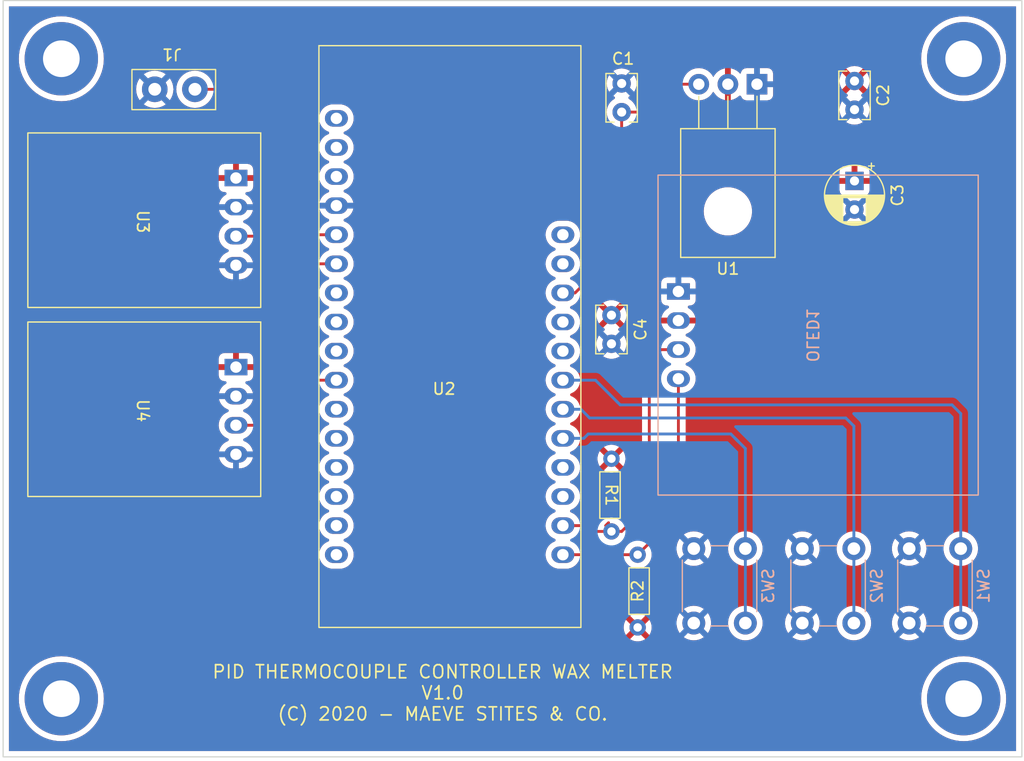
<source format=kicad_pcb>
(kicad_pcb (version 20200922) (generator pcbnew)
  (layers (0 "F.Cu" signal) (31 "B.Cu" signal) (34 "B.Paste" user) (35 "F.Paste" user) (36 "B.SilkS" user "B.Silkscreen") (37 "F.SilkS" user "F.Silkscreen") (38 "B.Mask" user) (39 "F.Mask" user) (44 "Edge.Cuts" user))
  (net 0 "")
  (net 1 "+5V")
  (net 2 "GND")
  (net 3 "+3V3")
  (net 4 "OUTLET_CTRL")
  (net 5 "I2C_SDA")
  (net 6 "I2C_SCL")
  (net 7 "Net-(SW1-Pad1)")
  (net 8 "Net-(SW2-Pad1)")
  (net 9 "Net-(SW3-Pad1)")
  (net 10 "Net-(U2-Pad28)")
  (net 11 "Net-(U2-Pad27)")
  (net 12 "Net-(U2-Pad26)")
  (net 13 "Net-(U2-Pad25)")
  (net 14 "Net-(U2-Pad24)")
  (net 15 "Net-(U2-Pad23)")
  (net 16 "SENSOR_1")
  (net 17 "Net-(U2-Pad21)")
  (net 18 "Net-(U2-Pad20)")
  (net 19 "Net-(U2-Pad19)")
  (net 20 "SENSOR_0")
  (net 21 "Net-(U2-Pad14)")
  (net 22 "Net-(U2-Pad13)")
  (net 23 "Net-(U2-Pad10)")
  (net 24 "Net-(U2-Pad9)")
  (net 25 "Net-(U2-Pad5)")
  (net 26 "Net-(U2-Pad2)")
  (net 27 "Net-(U2-Pad1)")
  (net 28 "Net-(U2-Pad4)")
  (module "waxMelter:AD8495_amplifier" (layer "F.Cu") (at 73.279 82.677 -90)
    (fp_text reference "U4" (at 7.747 10.287 -90 unlocked) (layer "F.SilkS"))
    (fp_text value "AD8495_Breakout")
    (fp_rect (start 0 0) (end 15.24 20.32) (layer "F.SilkS") (width 0.12))
    (pad "1" thru_hole rect (at 3.937 2.159) (size 2 1.44) (drill 1) (layers *.Cu *.Mask) (net 3 "+3V3"))
    (pad "2" thru_hole oval (at 6.477 2.159) (size 2 1.44) (drill 1) (layers *.Cu *.Mask) (net 2 "GND"))
    (pad "3" thru_hole oval (at 9.017 2.159) (size 2 1.44) (drill 1) (layers *.Cu *.Mask) (net 16 "SENSOR_1"))
    (pad "4" thru_hole oval (at 11.557 2.159) (size 2 1.44) (drill 1) (layers *.Cu *.Mask) (net 2 "GND"))
  )
  (module "waxMelter:HUZZAH_ESP32" (layer "F.Cu") (at 78.359 58.547)
    (fp_text reference "U2" (at 10.922 29.972 unlocked) (layer "F.SilkS"))
    (fp_text value "HUZZAH32_ESP32")
    (fp_rect (start 0 0) (end 22.86 50.8) (layer "F.SilkS") (width 0.12))
    (pad "1" thru_hole oval (at 21.2852 16.51 180) (size 2 1.44) (drill 1) (layers *.Cu *.Mask) (net 27 "Net-(U2-Pad1)"))
    (pad "2" thru_hole oval (at 21.2852 19.05 180) (size 2 1.44) (drill 1) (layers *.Cu *.Mask) (net 26 "Net-(U2-Pad2)"))
    (pad "3" thru_hole oval (at 21.2852 21.59 180) (size 2 1.44) (drill 1) (layers *.Cu *.Mask) (net 1 "+5V"))
    (pad "4" thru_hole oval (at 21.2852 24.13 180) (size 2 1.44) (drill 1) (layers *.Cu *.Mask) (net 28 "Net-(U2-Pad4)"))
    (pad "5" thru_hole oval (at 21.2852 26.67 180) (size 2 1.44) (drill 1) (layers *.Cu *.Mask) (net 25 "Net-(U2-Pad5)"))
    (pad "6" thru_hole oval (at 21.2852 29.21 180) (size 2 1.44) (drill 1) (layers *.Cu *.Mask) (net 7 "Net-(SW1-Pad1)"))
    (pad "7" thru_hole oval (at 21.2852 31.75 180) (size 2 1.44) (drill 1) (layers *.Cu *.Mask) (net 8 "Net-(SW2-Pad1)"))
    (pad "8" thru_hole oval (at 21.2852 34.29 180) (size 2 1.44) (drill 1) (layers *.Cu *.Mask) (net 9 "Net-(SW3-Pad1)"))
    (pad "9" thru_hole oval (at 21.2852 36.83 180) (size 2 1.44) (drill 1) (layers *.Cu *.Mask) (net 24 "Net-(U2-Pad9)"))
    (pad "10" thru_hole oval (at 21.2852 39.37 180) (size 2 1.44) (drill 1) (layers *.Cu *.Mask) (net 23 "Net-(U2-Pad10)"))
    (pad "11" thru_hole oval (at 21.2852 41.91 180) (size 2 1.44) (drill 1) (layers *.Cu *.Mask) (net 6 "I2C_SCL"))
    (pad "12" thru_hole oval (at 21.2852 44.45 180) (size 2 1.44) (drill 1) (layers *.Cu *.Mask) (net 5 "I2C_SDA"))
    (pad "13" thru_hole oval (at 1.524 6.35 180) (size 2 1.44) (drill 1) (layers *.Cu *.Mask) (net 22 "Net-(U2-Pad13)"))
    (pad "14" thru_hole oval (at 1.524 8.89 180) (size 2 1.44) (drill 1) (layers *.Cu *.Mask) (net 21 "Net-(U2-Pad14)"))
    (pad "15" thru_hole oval (at 1.524 11.43 180) (size 2 1.44) (drill 1) (layers *.Cu *.Mask))
    (pad "16" thru_hole oval (at 1.524 13.97 180) (size 2 1.44) (drill 1) (layers *.Cu *.Mask) (net 2 "GND"))
    (pad "17" thru_hole oval (at 1.524 16.51 180) (size 2 1.44) (drill 1) (layers *.Cu *.Mask) (net 4 "OUTLET_CTRL"))
    (pad "18" thru_hole oval (at 1.524 19.05 180) (size 2 1.44) (drill 1) (layers *.Cu *.Mask) (net 20 "SENSOR_0"))
    (pad "19" thru_hole oval (at 1.524 21.59 180) (size 2 1.44) (drill 1) (layers *.Cu *.Mask) (net 19 "Net-(U2-Pad19)"))
    (pad "20" thru_hole oval (at 1.524 24.13 180) (size 2 1.44) (drill 1) (layers *.Cu *.Mask) (net 18 "Net-(U2-Pad20)"))
    (pad "21" thru_hole oval (at 1.524 26.67 180) (size 2 1.44) (drill 1) (layers *.Cu *.Mask) (net 17 "Net-(U2-Pad21)"))
    (pad "22" thru_hole oval (at 1.524 29.21 180) (size 2 1.44) (drill 1) (layers *.Cu *.Mask) (net 16 "SENSOR_1"))
    (pad "23" thru_hole oval (at 1.524 31.75 180) (size 2 1.44) (drill 1) (layers *.Cu *.Mask) (net 15 "Net-(U2-Pad23)"))
    (pad "24" thru_hole oval (at 1.524 34.29 180) (size 2 1.44) (drill 1) (layers *.Cu *.Mask) (net 14 "Net-(U2-Pad24)"))
    (pad "25" thru_hole oval (at 1.524 36.83 180) (size 2 1.44) (drill 1) (layers *.Cu *.Mask) (net 13 "Net-(U2-Pad25)"))
    (pad "26" thru_hole oval (at 1.524 39.37 180) (size 2 1.44) (drill 1) (layers *.Cu *.Mask) (net 12 "Net-(U2-Pad26)"))
    (pad "27" thru_hole oval (at 1.524 41.91 180) (size 2 1.44) (drill 1) (layers *.Cu *.Mask) (net 11 "Net-(U2-Pad27)"))
    (pad "28" thru_hole oval (at 1.524 44.45 180) (size 2 1.44) (drill 1) (layers *.Cu *.Mask) (net 10 "Net-(U2-Pad28)"))
  )
  (module "Capacitor_THT:C_Rect_L4.0mm_W2.5mm_P2.50mm" (layer "F.Cu") (at 103.886 84.582 90)
    (fp_text reference "C4" (at 1.25 2.54 90) (layer "F.SilkS"))
    (fp_text value "0.1uF")
    (fp_line (start 3.37 0.665) (end 3.37 1.37) (layer "F.SilkS") (width 0.12))
    (fp_line (start -0.87 -1.37) (end 3.37 -1.37) (layer "F.SilkS") (width 0.12))
    (fp_line (start -0.87 -1.37) (end -0.87 -0.665) (layer "F.SilkS") (width 0.12))
    (fp_line (start 3.37 -1.37) (end 3.37 -0.665) (layer "F.SilkS") (width 0.12))
    (fp_line (start -0.87 1.37) (end 3.37 1.37) (layer "F.SilkS") (width 0.12))
    (fp_line (start -0.87 0.665) (end -0.87 1.37) (layer "F.SilkS") (width 0.12))
    (pad "1" thru_hole circle (at 0 0 90) (size 1.6 1.6) (drill 0.8) (layers *.Cu *.Mask) (net 2 "GND"))
    (pad "2" thru_hole circle (at 2.5 0 90) (size 1.6 1.6) (drill 0.8) (layers *.Cu *.Mask) (net 3 "+3V3"))
  )
  (module "Package_TO_SOT_THT:TO-126-3_Horizontal_TabDown" (layer "F.Cu") (at 116.586 61.914667 180)
    (fp_text reference "U1" (at 2.54 -16.12 180) (layer "F.SilkS"))
    (fp_text value "LD1117V33")
    (fp_line (start -1.58 -15.12) (end -1.58 -3.88) (layer "F.SilkS") (width 0.12))
    (fp_line (start 6.66 -15.12) (end 6.66 -3.88) (layer "F.SilkS") (width 0.12))
    (fp_line (start -1.58 -3.88) (end 6.66 -3.88) (layer "F.SilkS") (width 0.12))
    (fp_line (start 5.08 -3.88) (end 5.08 -1.066) (layer "F.SilkS") (width 0.12))
    (fp_line (start 0 -3.88) (end 0 -1.05) (layer "F.SilkS") (width 0.12))
    (fp_line (start 2.54 -3.88) (end 2.54 -1.066) (layer "F.SilkS") (width 0.12))
    (fp_line (start -1.58 -15.12) (end 6.66 -15.12) (layer "F.SilkS") (width 0.12))
    (pad "" np_thru_hole oval (at 2.54 -11.1 180) (size 3.2 3.2) (drill 3.2) (layers *.Cu *.Mask))
    (pad "1" thru_hole rect (at 0 0 180) (size 1.8 1.8) (drill 1) (layers *.Cu *.Mask) (net 2 "GND"))
    (pad "2" thru_hole oval (at 2.54 0 180) (size 1.8 1.8) (drill 1) (layers *.Cu *.Mask) (net 3 "+3V3"))
    (pad "3" thru_hole oval (at 5.08 0 180) (size 1.8 1.8) (drill 1) (layers *.Cu *.Mask) (net 1 "+5V"))
  )
  (module "waxMelter:AD8495_amplifier" (layer "F.Cu") (at 73.279 66.167 -90)
    (fp_text reference "U3" (at 7.747 10.287 -90 unlocked) (layer "F.SilkS"))
    (fp_text value "AD8495_Breakout")
    (fp_rect (start 0 0) (end 15.24 20.32) (layer "F.SilkS") (width 0.12))
    (pad "1" thru_hole rect (at 3.937 2.159) (size 2 1.44) (drill 1) (layers *.Cu *.Mask) (net 3 "+3V3"))
    (pad "2" thru_hole oval (at 6.477 2.159) (size 2 1.44) (drill 1) (layers *.Cu *.Mask) (net 2 "GND"))
    (pad "3" thru_hole oval (at 9.017 2.159) (size 2 1.44) (drill 1) (layers *.Cu *.Mask) (net 20 "SENSOR_0"))
    (pad "4" thru_hole oval (at 11.557 2.159) (size 2 1.44) (drill 1) (layers *.Cu *.Mask) (net 2 "GND"))
  )
  (module "" (layer "F.Cu") (at 55.88 115.57)
    (fp_text reference "" (at 0 0) (layer "F.SilkS") (effects (font (size 1.27 1.27))))
    (fp_text value "" (at 0 0) (layer "F.SilkS") (effects (font (size 1.27 1.27))))
    (pad "1" thru_hole circle (at 0 0) (size 6.4 6.4) (drill 3.2) (layers *.Cu *.Mask))
  )
  (module "Capacitor_THT:C_Rect_L4.0mm_W2.5mm_P2.50mm" (layer "F.Cu") (at 125.095 61.635 -90)
    (fp_text reference "C2" (at 1.25 -2.5 90) (layer "F.SilkS"))
    (fp_text value "0.1uF")
    (fp_line (start 3.37 -1.37) (end 3.37 -0.665) (layer "F.SilkS") (width 0.12))
    (fp_line (start -0.87 0.665) (end -0.87 1.37) (layer "F.SilkS") (width 0.12))
    (fp_line (start -0.87 -1.37) (end 3.37 -1.37) (layer "F.SilkS") (width 0.12))
    (fp_line (start 3.37 0.665) (end 3.37 1.37) (layer "F.SilkS") (width 0.12))
    (fp_line (start -0.87 -1.37) (end -0.87 -0.665) (layer "F.SilkS") (width 0.12))
    (fp_line (start -0.87 1.37) (end 3.37 1.37) (layer "F.SilkS") (width 0.12))
    (pad "1" thru_hole circle (at 0 0 270) (size 1.6 1.6) (drill 0.8) (layers *.Cu *.Mask) (net 3 "+3V3"))
    (pad "2" thru_hole circle (at 2.5 0 270) (size 1.6 1.6) (drill 0.8) (layers *.Cu *.Mask) (net 2 "GND"))
  )
  (module "waxMelter:resistor 1-8" (layer "F.Cu") (at 103.886 97.79 -90)
    (fp_text reference "R1" (at 0 0 -90 unlocked) (layer "F.SilkS"))
    (fp_text value "4.7K")
    (fp_rect (start -2.032 -0.762) (end 2.032 1.016) (layer "F.SilkS") (width 0.12))
    (pad "1" thru_hole circle (at -3.175 0 270) (size 1.4224 1.4224) (drill 0.7366) (layers *.Cu *.Mask) (net 3 "+3V3"))
    (pad "2" thru_hole circle (at 3.175 0 270) (size 1.4224 1.4224) (drill 0.7366) (layers *.Cu *.Mask) (net 6 "I2C_SCL"))
  )
  (module "" (layer "F.Cu") (at 134.62 59.69)
    (fp_text reference "" (at 0 0) (layer "F.SilkS") (effects (font (size 1.27 1.27))))
    (fp_text value "" (at 0 0) (layer "F.SilkS") (effects (font (size 1.27 1.27))))
    (pad "1" thru_hole circle (at 0 0) (size 6.4 6.4) (drill 3.2) (layers *.Cu *.Mask))
  )
  (module "waxMelter:resistor 1-8" (layer "F.Cu") (at 106.172 106.172 90)
    (fp_text reference "R2" (at 0 0 90 unlocked) (layer "F.SilkS"))
    (fp_text value "4.7K")
    (fp_rect (start -2.032 -0.762) (end 2.032 1.016) (layer "F.SilkS") (width 0.12))
    (pad "1" thru_hole circle (at -3.175 0 90) (size 1.4224 1.4224) (drill 0.7366) (layers *.Cu *.Mask) (net 3 "+3V3"))
    (pad "2" thru_hole circle (at 3.175 0 90) (size 1.4224 1.4224) (drill 0.7366) (layers *.Cu *.Mask) (net 5 "I2C_SDA"))
  )
  (module "Capacitor_THT:CP_Radial_D5.0mm_P2.50mm" (layer "F.Cu") (at 125.095 70.358 -90)
    (fp_text reference "C3" (at 1.25 -3.75 90) (layer "F.SilkS"))
    (fp_text value "10uF")
    (fp_line (start 3.491 1.04) (end 3.491 1.319) (layer "F.SilkS") (width 0.12))
    (fp_line (start 2.211 1.04) (end 2.211 2.398) (layer "F.SilkS") (width 0.12))
    (fp_line (start 1.93 1.04) (end 1.93 2.491) (layer "F.SilkS") (width 0.12))
    (fp_line (start 2.851 1.04) (end 2.851 2.035) (layer "F.SilkS") (width 0.12))
    (fp_line (start 2.291 -2.365) (end 2.291 -1.04) (layer "F.SilkS") (width 0.12))
    (fp_line (start 3.291 1.04) (end 3.291 1.605) (layer "F.SilkS") (width 0.12))
    (fp_line (start 1.89 1.04) (end 1.89 2.501) (layer "F.SilkS") (width 0.12))
    (fp_line (start 1.93 -2.491) (end 1.93 -1.04) (layer "F.SilkS") (width 0.12))
    (fp_line (start 2.971 1.04) (end 2.971 1.937) (layer "F.SilkS") (width 0.12))
    (fp_line (start 1.37 -2.578) (end 1.37 2.578) (layer "F.SilkS") (width 0.12))
    (fp_line (start 1.81 1.04) (end 1.81 2.52) (layer "F.SilkS") (width 0.12))
    (fp_line (start 2.531 1.04) (end 2.531 2.247) (layer "F.SilkS") (width 0.12))
    (fp_line (start 3.211 1.04) (end 3.211 1.699) (layer "F.SilkS") (width 0.12))
    (fp_line (start 1.69 1.04) (end 1.69 2.543) (layer "F.SilkS") (width 0.12))
    (fp_line (start 3.451 1.04) (end 3.451 1.383) (layer "F.SilkS") (width 0.12))
    (fp_line (start 2.411 -2.31) (end 2.411 -1.04) (layer "F.SilkS") (width 0.12))
    (fp_line (start 2.371 -2.329) (end 2.371 -1.04) (layer "F.SilkS") (width 0.12))
    (fp_line (start 3.491 -1.319) (end 3.491 -1.04) (layer "F.SilkS") (width 0.12))
    (fp_line (start 2.251 1.04) (end 2.251 2.382) (layer "F.SilkS") (width 0.12))
    (fp_line (start 2.931 -1.971) (end 2.931 -1.04) (layer "F.SilkS") (width 0.12))
    (fp_line (start 1.971 -2.48) (end 1.971 -1.04) (layer "F.SilkS") (width 0.12))
    (fp_line (start 1.61 1.04) (end 1.61 2.556) (layer "F.SilkS") (width 0.12))
    (fp_line (start 1.85 1.04) (end 1.85 2.511) (layer "F.SilkS") (width 0.12))
    (fp_line (start 2.491 -2.268) (end 2.491 -1.04) (layer "F.SilkS") (width 0.12))
    (fp_line (start 3.051 1.04) (end 3.051 1.864) (layer "F.SilkS") (width 0.12))
    (fp_line (start 1.57 1.04) (end 1.57 2.561) (layer "F.SilkS") (width 0.12))
    (fp_line (start 2.411 1.04) (end 2.411 2.31) (layer "F.SilkS") (width 0.12))
    (fp_line (start 3.651 -1.011) (end 3.651 1.011) (layer "F.SilkS") (width 0.12))
    (fp_line (start 3.211 -1.699) (end 3.211 -1.04) (layer "F.SilkS") (width 0.12))
    (fp_line (start 2.091 -2.442) (end 2.091 -1.04) (layer "F.SilkS") (width 0.12))
    (fp_line (start 3.011 -1.901) (end 3.011 -1.04) (layer "F.SilkS") (width 0.12))
    (fp_line (start 3.771 -0.677) (end 3.771 0.677) (layer "F.SilkS") (width 0.12))
    (fp_line (start 1.49 1.04) (end 1.49 2.569) (layer "F.SilkS") (width 0.12))
    (fp_line (start 2.731 1.04) (end 2.731 2.122) (layer "F.SilkS") (width 0.12))
    (fp_line (start 2.931 1.04) (end 2.931 1.971) (layer "F.SilkS") (width 0.12))
    (fp_line (start 3.171 1.04) (end 3.171 1.743) (layer "F.SilkS") (width 0.12))
    (fp_line (start 1.25 -2.58) (end 1.25 2.58) (layer "F.SilkS") (width 0.12))
    (fp_line (start -1.304775 -1.725) (end -1.304775 -1.225) (layer "F.SilkS") (width 0.12))
    (fp_line (start 1.81 -2.52) (end 1.81 -1.04) (layer "F.SilkS") (width 0.12))
    (fp_line (start 2.331 -2.348) (end 2.331 -1.04) (layer "F.SilkS") (width 0.12))
    (fp_line (start 1.49 -2.569) (end 1.49 -1.04) (layer "F.SilkS") (width 0.12))
    (fp_line (start 3.571 -1.178) (end 3.571 1.178) (layer "F.SilkS") (width 0.12))
    (fp_line (start 2.651 1.04) (end 2.651 2.175) (layer "F.SilkS") (width 0.12))
    (fp_line (start 3.811 -0.518) (end 3.811 0.518) (layer "F.SilkS") (width 0.12))
    (fp_line (start 3.091 -1.826) (end 3.091 -1.04) (layer "F.SilkS") (width 0.12))
    (fp_line (start 3.851 -0.284) (end 3.851 0.284) (layer "F.SilkS") (width 0.12))
    (fp_line (start 1.57 -2.561) (end 1.57 -1.04) (layer "F.SilkS") (width 0.12))
    (fp_line (start 3.531 -1.251) (end 3.531 -1.04) (layer "F.SilkS") (width 0.12))
    (fp_line (start 3.371 -1.5) (end 3.371 -1.04) (layer "F.SilkS") (width 0.12))
    (fp_line (start 2.611 1.04) (end 2.611 2.2) (layer "F.SilkS") (width 0.12))
    (fp_line (start 2.571 1.04) (end 2.571 2.224) (layer "F.SilkS") (width 0.12))
    (fp_line (start 3.331 -1.554) (end 3.331 -1.04) (layer "F.SilkS") (width 0.12))
    (fp_line (start 1.65 -2.55) (end 1.65 -1.04) (layer "F.SilkS") (width 0.12))
    (fp_line (start 1.61 -2.556) (end 1.61 -1.04) (layer "F.SilkS") (width 0.12))
    (fp_line (start 2.171 1.04) (end 2.171 2.414) (layer "F.SilkS") (width 0.12))
    (fp_line (start 3.451 -1.383) (end 3.451 -1.04) (layer "F.SilkS") (width 0.12))
    (fp_line (start 1.85 -2.511) (end 1.85 -1.04) (layer "F.SilkS") (width 0.12))
    (fp_line (start 1.69 -2.543) (end 1.69 -1.04) (layer "F.SilkS") (width 0.12))
    (fp_line (start 1.53 -2.565) (end 1.53 -1.04) (layer "F.SilkS") (width 0.12))
    (fp_line (start 2.131 -2.428) (end 2.131 -1.04) (layer "F.SilkS") (width 0.12))
    (fp_line (start 2.811 -2.065) (end 2.811 -1.04) (layer "F.SilkS") (width 0.12))
    (fp_line (start 1.29 -2.58) (end 1.29 2.58) (layer "F.SilkS") (width 0.12))
    (fp_line (start 2.851 -2.035) (end 2.851 -1.04) (layer "F.SilkS") (width 0.12))
    (fp_line (start 3.331 1.04) (end 3.331 1.554) (layer "F.SilkS") (width 0.12))
    (fp_line (start 2.811 1.04) (end 2.811 2.065) (layer "F.SilkS") (width 0.12))
    (fp_line (start 2.691 1.04) (end 2.691 2.149) (layer "F.SilkS") (width 0.12))
    (fp_line (start 2.451 1.04) (end 2.451 2.29) (layer "F.SilkS") (width 0.12))
    (fp_line (start 1.971 1.04) (end 1.971 2.48) (layer "F.SilkS") (width 0.12))
    (fp_line (start 3.411 -1.443) (end 3.411 -1.04) (layer "F.SilkS") (width 0.12))
    (fp_line (start 2.011 -2.468) (end 2.011 -1.04) (layer "F.SilkS") (width 0.12))
    (fp_line (start 3.411 1.04) (end 3.411 1.443) (layer "F.SilkS") (width 0.12))
    (fp_line (start 2.171 -2.414) (end 2.171 -1.04) (layer "F.SilkS") (width 0.12))
    (fp_line (start 2.491 1.04) (end 2.491 2.268) (layer "F.SilkS") (width 0.12))
    (fp_line (start 2.371 1.04) (end 2.371 2.329) (layer "F.SilkS") (width 0.12))
    (fp_line (start 3.731 -0.805) (end 3.731 0.805) (layer "F.SilkS") (width 0.12))
    (fp_line (start 2.891 -2.004) (end 2.891 -1.04) (layer "F.SilkS") (width 0.12))
    (fp_line (start 2.051 -2.455) (end 2.051 -1.04) (layer "F.SilkS") (width 0.12))
    (fp_line (start 3.251 -1.653) (end 3.251 -1.04) (layer "F.SilkS") (width 0.12))
    (fp_line (start 2.771 -2.095) (end 2.771 -1.04) (layer "F.SilkS") (width 0.12))
    (fp_line (start 3.251 1.04) (end 3.251 1.653) (layer "F.SilkS") (width 0.12))
    (fp_line (start 2.451 -2.29) (end 2.451 -1.04) (layer "F.SilkS") (width 0.12))
    (fp_line (start 2.651 -2.175) (end 2.651 -1.04) (layer "F.SilkS") (width 0.12))
    (fp_line (start 1.65 1.04) (end 1.65 2.55) (layer "F.SilkS") (width 0.12))
    (fp_line (start 2.011 1.04) (end 2.011 2.468) (layer "F.SilkS") (width 0.12))
    (fp_line (start 3.091 1.04) (end 3.091 1.826) (layer "F.SilkS") (width 0.12))
    (fp_line (start 1.77 1.04) (end 1.77 2.528) (layer "F.SilkS") (width 0.12))
    (fp_line (start 2.291 1.04) (end 2.291 2.365) (layer "F.SilkS") (width 0.12))
    (fp_line (start 1.73 1.04) (end 1.73 2.536) (layer "F.SilkS") (width 0.12))
    (fp_line (start 1.41 -2.576) (end 1.41 2.576) (layer "F.SilkS") (width 0.12))
    (fp_line (start 2.731 -2.122) (end 2.731 -1.04) (layer "F.SilkS") (width 0.12))
    (fp_line (start 2.091 1.04) (end 2.091 2.442) (layer "F.SilkS") (width 0.12))
    (fp_line (start 3.131 -1.785) (end 3.131 -1.04) (layer "F.SilkS") (width 0.12))
    (fp_line (start 2.211 -2.398) (end 2.211 -1.04) (layer "F.SilkS") (width 0.12))
    (fp_line (start 2.531 -2.247) (end 2.531 -1.04) (layer "F.SilkS") (width 0.12))
    (fp_line (start 2.051 1.04) (end 2.051 2.455) (layer "F.SilkS") (width 0.12))
    (fp_line (start 2.131 1.04) (end 2.131 2.428) (layer "F.SilkS") (width 0.12))
    (fp_line (start 1.73 -2.536) (end 1.73 -1.04) (layer "F.SilkS") (width 0.12))
    (fp_line (start -1.554775 -1.475) (end -1.054775 -1.475) (layer "F.SilkS") (width 0.12))
    (fp_line (start 1.45 -2.573) (end 1.45 2.573) (layer "F.SilkS") (width 0.12))
    (fp_line (start 2.331 1.04) (end 2.331 2.348) (layer "F.SilkS") (width 0.12))
    (fp_line (start 2.771 1.04) (end 2.771 2.095) (layer "F.SilkS") (width 0.12))
    (fp_line (start 3.011 1.04) (end 3.011 1.901) (layer "F.SilkS") (width 0.12))
    (fp_line (start 2.571 -2.224) (end 2.571 -1.04) (layer "F.SilkS") (width 0.12))
    (fp_line (start 1.89 -2.501) (end 1.89 -1.04) (layer "F.SilkS") (width 0.12))
    (fp_line (start 3.531 1.04) (end 3.531 1.251) (layer "F.SilkS") (width 0.12))
    (fp_line (start 3.371 1.04) (end 3.371 1.5) (layer "F.SilkS") (width 0.12))
    (fp_line (start 3.611 -1.098) (end 3.611 1.098) (layer "F.SilkS") (width 0.12))
    (fp_line (start 2.611 -2.2) (end 2.611 -1.04) (layer "F.SilkS") (width 0.12))
    (fp_line (start 3.291 -1.605) (end 3.291 -1.04) (layer "F.SilkS") (width 0.12))
    (fp_line (start 2.691 -2.149) (end 2.691 -1.04) (layer "F.SilkS") (width 0.12))
    (fp_line (start 3.131 1.04) (end 3.131 1.785) (layer "F.SilkS") (width 0.12))
    (fp_line (start 1.53 1.04) (end 1.53 2.565) (layer "F.SilkS") (width 0.12))
    (fp_line (start 3.051 -1.864) (end 3.051 -1.04) (layer "F.SilkS") (width 0.12))
    (fp_line (start 3.691 -0.915) (end 3.691 0.915) (layer "F.SilkS") (width 0.12))
    (fp_line (start 3.171 -1.743) (end 3.171 -1.04) (layer "F.SilkS") (width 0.12))
    (fp_line (start 2.891 1.04) (end 2.891 2.004) (layer "F.SilkS") (width 0.12))
    (fp_line (start 1.33 -2.579) (end 1.33 2.579) (layer "F.SilkS") (width 0.12))
    (fp_line (start 2.251 -2.382) (end 2.251 -1.04) (layer "F.SilkS") (width 0.12))
    (fp_line (start 2.971 -1.937) (end 2.971 -1.04) (layer "F.SilkS") (width 0.12))
    (fp_line (start 1.77 -2.528) (end 1.77 -1.04) (layer "F.SilkS") (width 0.12))
    (fp_circle (center 1.25 0) (end 3.87 0) (layer "F.SilkS") (width 0.12))
    (pad "1" thru_hole rect (at 0 0 270) (size 1.6 1.6) (drill 0.8) (layers *.Cu *.Mask) (net 3 "+3V3"))
    (pad "2" thru_hole circle (at 2.5 0 270) (size 1.6 1.6) (drill 0.8) (layers *.Cu *.Mask) (net 2 "GND"))
  )
  (module "Capacitor_THT:C_Rect_L4.0mm_W2.5mm_P2.50mm" (layer "F.Cu") (at 104.775 61.849 -90)
    (fp_text reference "C1" (at -2.159 -0.127 180) (layer "F.SilkS"))
    (fp_text value "0.1uF")
    (fp_line (start 3.37 -1.37) (end 3.37 -0.665) (layer "F.SilkS") (width 0.12))
    (fp_line (start -0.87 0.665) (end -0.87 1.37) (layer "F.SilkS") (width 0.12))
    (fp_line (start -0.87 -1.37) (end 3.37 -1.37) (layer "F.SilkS") (width 0.12))
    (fp_line (start -0.87 1.37) (end 3.37 1.37) (layer "F.SilkS") (width 0.12))
    (fp_line (start 3.37 0.665) (end 3.37 1.37) (layer "F.SilkS") (width 0.12))
    (fp_line (start -0.87 -1.37) (end -0.87 -0.665) (layer "F.SilkS") (width 0.12))
    (pad "1" thru_hole circle (at 0 0 270) (size 1.6 1.6) (drill 0.8) (layers *.Cu *.Mask) (net 2 "GND"))
    (pad "2" thru_hole circle (at 2.5 0 270) (size 1.6 1.6) (drill 0.8) (layers *.Cu *.Mask) (net 1 "+5V"))
  )
  (module "" (layer "F.Cu") (at 134.62 115.57)
    (fp_text reference "" (at 0 0) (layer "F.SilkS") (effects (font (size 1.27 1.27))))
    (fp_text value "" (at 0 0) (layer "F.SilkS") (effects (font (size 1.27 1.27))))
    (pad "1" thru_hole circle (at 0 0) (size 6.4 6.4) (drill 3.2) (layers *.Cu *.Mask))
  )
  (module "" (layer "F.Cu") (at 55.88 59.69)
    (fp_text reference "" (at 0 0) (layer "F.SilkS") (effects (font (size 1.27 1.27))))
    (fp_text value "" (at 0 0) (layer "F.SilkS") (effects (font (size 1.27 1.27))))
    (pad "1" thru_hole circle (at 0 0) (size 6.4 6.4) (drill 3.2) (layers *.Cu *.Mask))
  )
  (module "waxMelter:2PIN_SCREW" (layer "F.Cu") (at 65.786 62.357 180)
    (fp_text reference "J1" (at 0.254 3.048 180 unlocked) (layer "F.SilkS"))
    (fp_text value "Relay_Control_Terminal")
    (fp_rect (start -3.556 -1.778) (end 3.74396 1.7272) (layer "F.SilkS") (width 0.12))
    (pad "1" thru_hole circle (at -1.7526 0 180) (size 2.2352 2.2352) (drill 1.1176) (layers *.Cu *.Mask "Eco2.User") (net 4 "OUTLET_CTRL"))
    (pad "2" thru_hole circle (at 1.7526 0 180) (size 2.2352 2.2352) (drill 1.1176) (layers *.Cu *.Mask "Eco2.User") (net 2 "GND"))
  )
  (module "Button_Switch_THT:SW_PUSH_6mm" (layer "B.Cu") (at 134.366 108.966 90)
    (fp_text reference "SW1" (at 3.25 2 270) (layer "B.SilkS") (effects (justify mirror)))
    (fp_text value "PWR")
    (fp_line (start 6.75 -3) (end 6.75 -1.5) (layer "B.SilkS") (width 0.12))
    (fp_line (start 1 -5.5) (end 5.5 -5.5) (layer "B.SilkS") (width 0.12))
    (fp_line (start -0.25 -1.5) (end -0.25 -3) (layer "B.SilkS") (width 0.12))
    (fp_line (start 5.5 1) (end 1 1) (layer "B.SilkS") (width 0.12))
    (pad "1" thru_hole circle (at 6.5 0) (size 2 2) (drill 1.1) (layers *.Cu *.Mask) (net 7 "Net-(SW1-Pad1)"))
    (pad "1" thru_hole circle (at 0 0) (size 2 2) (drill 1.1) (layers *.Cu *.Mask) (net 7 "Net-(SW1-Pad1)"))
    (pad "2" thru_hole circle (at 6.5 -4.5) (size 2 2) (drill 1.1) (layers *.Cu *.Mask) (net 2 "GND"))
    (pad "2" thru_hole circle (at 0 -4.5) (size 2 2) (drill 1.1) (layers *.Cu *.Mask) (net 2 "GND"))
  )
  (module "Button_Switch_THT:SW_PUSH_6mm" (layer "B.Cu") (at 125.04 108.966 90)
    (fp_text reference "SW2" (at 3.25 2 270) (layer "B.SilkS") (effects (justify mirror)))
    (fp_text value "T+")
    (fp_line (start 6.75 -3) (end 6.75 -1.5) (layer "B.SilkS") (width 0.12))
    (fp_line (start -0.25 -1.5) (end -0.25 -3) (layer "B.SilkS") (width 0.12))
    (fp_line (start 1 -5.5) (end 5.5 -5.5) (layer "B.SilkS") (width 0.12))
    (fp_line (start 5.5 1) (end 1 1) (layer "B.SilkS") (width 0.12))
    (pad "1" thru_hole circle (at 0 0) (size 2 2) (drill 1.1) (layers *.Cu *.Mask) (net 8 "Net-(SW2-Pad1)"))
    (pad "1" thru_hole circle (at 6.5 0) (size 2 2) (drill 1.1) (layers *.Cu *.Mask) (net 8 "Net-(SW2-Pad1)"))
    (pad "2" thru_hole circle (at 6.5 -4.5) (size 2 2) (drill 1.1) (layers *.Cu *.Mask) (net 2 "GND"))
    (pad "2" thru_hole circle (at 0 -4.5) (size 2 2) (drill 1.1) (layers *.Cu *.Mask) (net 2 "GND"))
  )
  (module "Button_Switch_THT:SW_PUSH_6mm" (layer "B.Cu") (at 115.57 108.966 90)
    (fp_text reference "SW3" (at 3.25 2 270) (layer "B.SilkS") (effects (justify mirror)))
    (fp_text value "T-")
    (fp_line (start 5.5 1) (end 1 1) (layer "B.SilkS") (width 0.12))
    (fp_line (start 1 -5.5) (end 5.5 -5.5) (layer "B.SilkS") (width 0.12))
    (fp_line (start 6.75 -3) (end 6.75 -1.5) (layer "B.SilkS") (width 0.12))
    (fp_line (start -0.25 -1.5) (end -0.25 -3) (layer "B.SilkS") (width 0.12))
    (pad "1" thru_hole circle (at 0 0) (size 2 2) (drill 1.1) (layers *.Cu *.Mask) (net 9 "Net-(SW3-Pad1)"))
    (pad "1" thru_hole circle (at 6.5 0) (size 2 2) (drill 1.1) (layers *.Cu *.Mask) (net 9 "Net-(SW3-Pad1)"))
    (pad "2" thru_hole circle (at 6.5 -4.5) (size 2 2) (drill 1.1) (layers *.Cu *.Mask) (net 2 "GND"))
    (pad "2" thru_hole circle (at 0 -4.5) (size 2 2) (drill 1.1) (layers *.Cu *.Mask) (net 2 "GND"))
  )
  (module "waxMelter:OLED" (layer "B.Cu") (at 121.92 83.82 -90)
    (fp_text reference "OLED1" (at 0 0.5 -90 unlocked) (layer "B.SilkS") (effects (justify mirror)))
    (fp_text value ".96_OLED")
    (fp_rect (start -13.97 -13.97) (end 13.97 13.97) (layer "B.SilkS") (width 0.12))
    (pad "1" thru_hole rect (at -3.81 12.192 180) (size 2 1.44) (drill 1) (layers *.Cu *.Mask) (net 2 "GND"))
    (pad "2" thru_hole oval (at -1.27 12.192 180) (size 2 1.44) (drill 1) (layers *.Cu *.Mask) (net 3 "+3V3"))
    (pad "3" thru_hole oval (at 1.27 12.192 180) (size 2 1.44) (drill 1) (layers *.Cu *.Mask) (net 6 "I2C_SCL"))
    (pad "4" thru_hole oval (at 3.81 12.192 180) (size 2 1.44) (drill 1) (layers *.Cu *.Mask) (net 5 "I2C_SDA"))
  )
  (gr_rect (start 50.8 54.61) (end 139.7 120.65) (layer "Edge.Cuts") (width 0.1))
  (gr_text "PID THERMOCOUPLE CONTROLLER WAX MELTER\nV1.0\n(C) 2020 - MAEVE STITES & CO." (at 89.154 115.062) (layer "F.SilkS") (effects (font (size 1.143 1.143))))
  (segment (start 104.775 64.349) (end 106.72 64.349) (width 0.25) (layer "F.Cu") (net 1))
  (segment (start 99.6442 80.137) (end 100.711 80.137) (width 0.25) (layer "F.Cu") (net 1))
  (segment (start 109.154333 61.914667) (end 111.506 61.914667) (width 0.25) (layer "F.Cu") (net 1))
  (segment (start 108.1405 62.9285) (end 108.204 62.865) (width 0.25) (layer "F.Cu") (net 1))
  (segment (start 106.72 64.349) (end 108.1405 62.9285) (width 0.25) (layer "F.Cu") (net 1))
  (segment (start 104.775 75.819) (end 104.775 64.349) (width 0.25) (layer "F.Cu") (net 1))
  (segment (start 104.775 76.073) (end 104.775 75.819) (width 0.25) (layer "F.Cu") (net 1))
  (segment (start 108.1405 62.9285) (end 109.154333 61.914667) (width 0.25) (layer "F.Cu") (net 1))
  (segment (start 100.711 80.137) (end 104.775 76.073) (width 0.25) (layer "F.Cu") (net 1))
  (segment (start 75.819 65.532) (end 72.644 62.357) (width 0.25) (layer "F.Cu") (net 4))
  (segment (start 75.819 73.152) (end 75.819 65.532) (width 0.25) (layer "F.Cu") (net 4))
  (segment (start 72.644 62.357) (end 67.5386 62.357) (width 0.25) (layer "F.Cu") (net 4))
  (segment (start 77.724 75.057) (end 75.819 73.152) (width 0.25) (layer "F.Cu") (net 4))
  (segment (start 79.883 75.057) (end 77.724 75.057) (width 0.25) (layer "F.Cu") (net 4))
  (segment (start 109.728 87.63) (end 109.728 99.441) (width 0.25) (layer "F.Cu") (net 5))
  (segment (start 106.172 102.997) (end 109.728 99.441) (width 0.25) (layer "F.Cu") (net 5))
  (segment (start 99.6442 102.997) (end 106.172 102.997) (width 0.25) (layer "F.Cu") (net 5))
  (segment (start 107.188 98.552) (end 104.775 100.965) (width 0.25) (layer "F.Cu") (net 6))
  (segment (start 103.886 100.965) (end 104.775 100.965) (width 0.25) (layer "F.Cu") (net 6))
  (segment (start 107.188 86.106) (end 108.204 85.09) (width 0.25) (layer "F.Cu") (net 6))
  (segment (start 103.378 100.457) (end 103.632 100.203) (width 0.25) (layer "F.Cu") (net 6))
  (segment (start 101.981 100.965) (end 103.886 100.965) (width 0.25) (layer "F.Cu") (net 6))
  (segment (start 99.6442 100.457) (end 101.473 100.457) (width 0.25) (layer "F.Cu") (net 6))
  (segment (start 108.204 85.09) (end 109.728 85.09) (width 0.25) (layer "F.Cu") (net 6))
  (segment (start 107.188 98.552) (end 107.188 86.106) (width 0.25) (layer "F.Cu") (net 6))
  (segment (start 101.473 100.457) (end 101.981 100.965) (width 0.25) (layer "F.Cu") (net 6))
  (segment (start 134.366 90.678) (end 134.366 102.466) (width 0.25) (layer "B.Cu") (net 7))
  (segment (start 134.366 108.966) (end 134.366 102.466) (width 0.25) (layer "B.Cu") (net 7))
  (segment (start 102.489 87.757) (end 104.394 89.662) (width 0.25) (layer "B.Cu") (net 7))
  (segment (start 104.648 89.916) (end 133.604 89.916) (width 0.25) (layer "B.Cu") (net 7))
  (segment (start 133.604 89.916) (end 134.366 90.678) (width 0.25) (layer "B.Cu") (net 7))
  (segment (start 99.6442 87.757) (end 102.489 87.757) (width 0.25) (layer "B.Cu") (net 7))
  (segment (start 104.394 89.662) (end 104.648 89.916) (width 0.25) (layer "B.Cu") (net 7))
  (segment (start 99.6442 90.297) (end 100.584 90.297) (width 0.25) (layer "F.Cu") (net 8))
  (segment (start 125.04 91.766) (end 125.04 102.466) (width 0.25) (layer "B.Cu") (net 8))
  (segment (start 124.333 91.059) (end 125.04 91.766) (width 0.25) (layer "B.Cu") (net 8))
  (segment (start 101.219 90.297) (end 101.981 91.059) (width 0.25) (layer "B.Cu") (net 8))
  (segment (start 99.6442 90.297) (end 101.219 90.297) (width 0.25) (layer "B.Cu") (net 8))
  (segment (start 125.04 102.466) (end 125.04 108.966) (width 0.25) (layer "B.Cu") (net 8))
  (segment (start 101.981 91.059) (end 124.333 91.059) (width 0.25) (layer "B.Cu") (net 8))
  (segment (start 114.3 92.456) (end 114.935 93.091) (width 0.25) (layer "B.Cu") (net 9))
  (segment (start 115.57 93.726) (end 115.57 102.466) (width 0.25) (layer "B.Cu") (net 9))
  (segment (start 115.57 108.966) (end 115.57 102.466) (width 0.25) (layer "B.Cu") (net 9))
  (segment (start 99.6442 92.837) (end 101.473 92.837) (width 0.25) (layer "B.Cu") (net 9))
  (segment (start 114.935 93.091) (end 115.57 93.726) (width 0.25) (layer "B.Cu") (net 9))
  (segment (start 114.681 92.837) (end 114.935 93.091) (width 0.25) (layer "B.Cu") (net 9))
  (segment (start 101.473 92.837) (end 101.854 92.456) (width 0.25) (layer "B.Cu") (net 9))
  (segment (start 101.854 92.456) (end 114.3 92.456) (width 0.25) (layer "B.Cu") (net 9))
  (segment (start 79.883 87.757) (end 77.724 87.757) (width 0.25) (layer "F.Cu") (net 16))
  (segment (start 73.787 91.694) (end 71.12 91.694) (width 0.25) (layer "F.Cu") (net 16))
  (segment (start 77.724 87.757) (end 73.787 91.694) (width 0.25) (layer "F.Cu") (net 16))
  (segment (start 77.724 77.597) (end 75.311 75.184) (width 0.25) (layer "F.Cu") (net 20))
  (segment (start 75.311 75.184) (end 71.12 75.184) (width 0.25) (layer "F.Cu") (net 20))
  (segment (start 79.883 77.597) (end 77.724 77.597) (width 0.25) (layer "F.Cu") (net 20))
  (zone (net 3) (net_name "+3V3") (layer "F.Cu") (connect_pads (clearance 0.508)) (min_thickness 0.254) (fill yes (thermal_gap 0.508) (thermal_bridge_width 0.508))
    (polygon (pts (xy 139.682272 120.776587) (xy 50.528272 120.522587) (xy 50.8 54.61) (xy 139.7 54.61)))
  )
  (zone (net 2) (net_name "GND") (layer "B.Cu") (connect_pads (clearance 0.508)) (min_thickness 0.254) (fill yes (thermal_gap 0.508) (thermal_bridge_width 0.508))
    (polygon (pts (xy 139.898646 121.030526) (xy 50.744646 120.268526) (xy 50.8 54.61) (xy 139.7 54.61)))
  )
)
</source>
